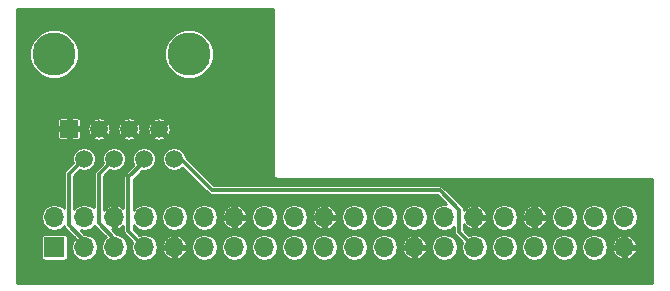
<source format=gbr>
G04 #@! TF.FileFunction,Copper,L2,Bot,Signal*
%FSLAX46Y46*%
G04 Gerber Fmt 4.6, Leading zero omitted, Abs format (unit mm)*
G04 Created by KiCad (PCBNEW 4.0.7) date 11/27/17 08:23:02*
%MOMM*%
%LPD*%
G01*
G04 APERTURE LIST*
%ADD10C,0.076200*%
%ADD11C,3.650000*%
%ADD12R,1.500000X1.500000*%
%ADD13C,1.500000*%
%ADD14R,1.700000X1.700000*%
%ADD15O,1.700000X1.700000*%
%ADD16C,0.304800*%
%ADD17C,0.254000*%
G04 APERTURE END LIST*
D10*
D11*
X175864600Y-29862000D03*
X164434600Y-29862000D03*
D12*
X165704600Y-36212000D03*
D13*
X166974600Y-38752000D03*
X168244600Y-36212000D03*
X169514600Y-38752000D03*
X170784600Y-36212000D03*
X172054600Y-38752000D03*
X173324600Y-36212000D03*
X174594600Y-38752000D03*
D14*
X164470000Y-46230000D03*
D15*
X164470000Y-43690000D03*
X167010000Y-46230000D03*
X167010000Y-43690000D03*
X169550000Y-46230000D03*
X169550000Y-43690000D03*
X172090000Y-46230000D03*
X172090000Y-43690000D03*
X174630000Y-46230000D03*
X174630000Y-43690000D03*
X177170000Y-46230000D03*
X177170000Y-43690000D03*
X179710000Y-46230000D03*
X179710000Y-43690000D03*
X182250000Y-46230000D03*
X182250000Y-43690000D03*
X184790000Y-46230000D03*
X184790000Y-43690000D03*
X187330000Y-46230000D03*
X187330000Y-43690000D03*
X189870000Y-46230000D03*
X189870000Y-43690000D03*
X192410000Y-46230000D03*
X192410000Y-43690000D03*
X194950000Y-46230000D03*
X194950000Y-43690000D03*
X197490000Y-46230000D03*
X197490000Y-43690000D03*
X200030000Y-46230000D03*
X200030000Y-43690000D03*
X202570000Y-46230000D03*
X202570000Y-43690000D03*
X205110000Y-46230000D03*
X205110000Y-43690000D03*
X207650000Y-46230000D03*
X207650000Y-43690000D03*
X210190000Y-46230000D03*
X210190000Y-43690000D03*
X212730000Y-46230000D03*
X212730000Y-43690000D03*
D16*
X168219200Y-44187600D02*
X169550000Y-45518400D01*
X169550000Y-45518400D02*
X169550000Y-46230000D01*
X169514600Y-38752000D02*
X168219200Y-40047400D01*
X168219200Y-40047400D02*
X168219200Y-44187600D01*
X165704600Y-44390800D02*
X167010000Y-45696200D01*
X167010000Y-45696200D02*
X167010000Y-46230000D01*
X167010000Y-45594600D02*
X167010000Y-46230000D01*
X166974600Y-38752000D02*
X165704600Y-40022000D01*
X165704600Y-40022000D02*
X165704600Y-44390800D01*
X170733800Y-44873800D02*
X172090000Y-46230000D01*
X172054600Y-38752000D02*
X172054600Y-39006000D01*
X172054600Y-39006000D02*
X170733800Y-40326800D01*
X170733800Y-40326800D02*
X170733800Y-44873800D01*
X198724600Y-44924600D02*
X200030000Y-46230000D01*
X174594600Y-38752000D02*
X175153400Y-38752000D01*
X175153400Y-38752000D02*
X177820400Y-41419000D01*
X177820400Y-41419000D02*
X197073600Y-41419000D01*
X197073600Y-41419000D02*
X198724600Y-43070000D01*
X198724600Y-43070000D02*
X198724600Y-44924600D01*
D17*
G36*
X182952400Y-40131980D02*
X182952396Y-40132000D01*
X182975506Y-40248183D01*
X183041318Y-40346678D01*
X183139813Y-40412490D01*
X183255996Y-40435600D01*
X215088400Y-40435600D01*
X215088400Y-49226400D01*
X161339600Y-49226400D01*
X161339600Y-45380000D01*
X163335127Y-45380000D01*
X163335127Y-47080000D01*
X163354609Y-47183539D01*
X163415801Y-47278634D01*
X163509168Y-47342429D01*
X163620000Y-47364873D01*
X165320000Y-47364873D01*
X165423539Y-47345391D01*
X165518634Y-47284199D01*
X165582429Y-47190832D01*
X165604873Y-47080000D01*
X165604873Y-45380000D01*
X165585391Y-45276461D01*
X165524199Y-45181366D01*
X165430832Y-45117571D01*
X165320000Y-45095127D01*
X163620000Y-45095127D01*
X163516461Y-45114609D01*
X163421366Y-45175801D01*
X163357571Y-45269168D01*
X163335127Y-45380000D01*
X161339600Y-45380000D01*
X161339600Y-43667874D01*
X163340600Y-43667874D01*
X163340600Y-43712126D01*
X163426570Y-44144329D01*
X163671394Y-44510732D01*
X164037797Y-44755556D01*
X164470000Y-44841526D01*
X164902203Y-44755556D01*
X165268606Y-44510732D01*
X165290221Y-44478383D01*
X165305669Y-44556043D01*
X165348003Y-44619400D01*
X165399271Y-44696129D01*
X166171747Y-45468604D01*
X165966570Y-45775671D01*
X165880600Y-46207874D01*
X165880600Y-46252126D01*
X165966570Y-46684329D01*
X166211394Y-47050732D01*
X166577797Y-47295556D01*
X167010000Y-47381526D01*
X167442203Y-47295556D01*
X167808606Y-47050732D01*
X168053430Y-46684329D01*
X168139400Y-46252126D01*
X168139400Y-46207874D01*
X168053430Y-45775671D01*
X167808606Y-45409268D01*
X167442203Y-45164444D01*
X167010000Y-45078474D01*
X167004104Y-45079647D01*
X166705394Y-44780936D01*
X167010000Y-44841526D01*
X167442203Y-44755556D01*
X167808606Y-44510732D01*
X167867187Y-44423060D01*
X167913871Y-44492929D01*
X168798641Y-45377698D01*
X168751394Y-45409268D01*
X168506570Y-45775671D01*
X168420600Y-46207874D01*
X168420600Y-46252126D01*
X168506570Y-46684329D01*
X168751394Y-47050732D01*
X169117797Y-47295556D01*
X169550000Y-47381526D01*
X169982203Y-47295556D01*
X170348606Y-47050732D01*
X170593430Y-46684329D01*
X170679400Y-46252126D01*
X170679400Y-46207874D01*
X170593430Y-45775671D01*
X170348606Y-45409268D01*
X169982203Y-45164444D01*
X169763124Y-45120867D01*
X169355719Y-44713462D01*
X169423000Y-44703524D01*
X169423000Y-43817000D01*
X169403000Y-43817000D01*
X169403000Y-43563000D01*
X169423000Y-43563000D01*
X169423000Y-42676476D01*
X169677000Y-42676476D01*
X169677000Y-43563000D01*
X169697000Y-43563000D01*
X169697000Y-43817000D01*
X169677000Y-43817000D01*
X169677000Y-44703524D01*
X169842993Y-44728043D01*
X170076837Y-44631195D01*
X170302000Y-44438969D01*
X170302000Y-44873800D01*
X170334869Y-45039043D01*
X170388608Y-45119469D01*
X170428471Y-45179129D01*
X171042994Y-45793651D01*
X170960600Y-46207874D01*
X170960600Y-46252126D01*
X171046570Y-46684329D01*
X171291394Y-47050732D01*
X171657797Y-47295556D01*
X172090000Y-47381526D01*
X172522203Y-47295556D01*
X172888606Y-47050732D01*
X173133430Y-46684329D01*
X173165521Y-46522995D01*
X173591944Y-46522995D01*
X173783086Y-46897939D01*
X174103163Y-47171195D01*
X174337007Y-47268043D01*
X174503000Y-47243524D01*
X174503000Y-46357000D01*
X174757000Y-46357000D01*
X174757000Y-47243524D01*
X174922993Y-47268043D01*
X175156837Y-47171195D01*
X175476914Y-46897939D01*
X175668056Y-46522995D01*
X175643960Y-46357000D01*
X174757000Y-46357000D01*
X174503000Y-46357000D01*
X173616040Y-46357000D01*
X173591944Y-46522995D01*
X173165521Y-46522995D01*
X173219400Y-46252126D01*
X173219400Y-46207874D01*
X176040600Y-46207874D01*
X176040600Y-46252126D01*
X176126570Y-46684329D01*
X176371394Y-47050732D01*
X176737797Y-47295556D01*
X177170000Y-47381526D01*
X177602203Y-47295556D01*
X177968606Y-47050732D01*
X178213430Y-46684329D01*
X178299400Y-46252126D01*
X178299400Y-46207874D01*
X178580600Y-46207874D01*
X178580600Y-46252126D01*
X178666570Y-46684329D01*
X178911394Y-47050732D01*
X179277797Y-47295556D01*
X179710000Y-47381526D01*
X180142203Y-47295556D01*
X180508606Y-47050732D01*
X180753430Y-46684329D01*
X180839400Y-46252126D01*
X180839400Y-46207874D01*
X181120600Y-46207874D01*
X181120600Y-46252126D01*
X181206570Y-46684329D01*
X181451394Y-47050732D01*
X181817797Y-47295556D01*
X182250000Y-47381526D01*
X182682203Y-47295556D01*
X183048606Y-47050732D01*
X183293430Y-46684329D01*
X183379400Y-46252126D01*
X183379400Y-46207874D01*
X183660600Y-46207874D01*
X183660600Y-46252126D01*
X183746570Y-46684329D01*
X183991394Y-47050732D01*
X184357797Y-47295556D01*
X184790000Y-47381526D01*
X185222203Y-47295556D01*
X185588606Y-47050732D01*
X185833430Y-46684329D01*
X185919400Y-46252126D01*
X185919400Y-46207874D01*
X186200600Y-46207874D01*
X186200600Y-46252126D01*
X186286570Y-46684329D01*
X186531394Y-47050732D01*
X186897797Y-47295556D01*
X187330000Y-47381526D01*
X187762203Y-47295556D01*
X188128606Y-47050732D01*
X188373430Y-46684329D01*
X188459400Y-46252126D01*
X188459400Y-46207874D01*
X188740600Y-46207874D01*
X188740600Y-46252126D01*
X188826570Y-46684329D01*
X189071394Y-47050732D01*
X189437797Y-47295556D01*
X189870000Y-47381526D01*
X190302203Y-47295556D01*
X190668606Y-47050732D01*
X190913430Y-46684329D01*
X190999400Y-46252126D01*
X190999400Y-46207874D01*
X191280600Y-46207874D01*
X191280600Y-46252126D01*
X191366570Y-46684329D01*
X191611394Y-47050732D01*
X191977797Y-47295556D01*
X192410000Y-47381526D01*
X192842203Y-47295556D01*
X193208606Y-47050732D01*
X193453430Y-46684329D01*
X193485521Y-46522995D01*
X193911944Y-46522995D01*
X194103086Y-46897939D01*
X194423163Y-47171195D01*
X194657007Y-47268043D01*
X194823000Y-47243524D01*
X194823000Y-46357000D01*
X195077000Y-46357000D01*
X195077000Y-47243524D01*
X195242993Y-47268043D01*
X195476837Y-47171195D01*
X195796914Y-46897939D01*
X195988056Y-46522995D01*
X195963960Y-46357000D01*
X195077000Y-46357000D01*
X194823000Y-46357000D01*
X193936040Y-46357000D01*
X193911944Y-46522995D01*
X193485521Y-46522995D01*
X193539400Y-46252126D01*
X193539400Y-46207874D01*
X196360600Y-46207874D01*
X196360600Y-46252126D01*
X196446570Y-46684329D01*
X196691394Y-47050732D01*
X197057797Y-47295556D01*
X197490000Y-47381526D01*
X197922203Y-47295556D01*
X198288606Y-47050732D01*
X198533430Y-46684329D01*
X198619400Y-46252126D01*
X198619400Y-46207874D01*
X198533430Y-45775671D01*
X198288606Y-45409268D01*
X197922203Y-45164444D01*
X197490000Y-45078474D01*
X197057797Y-45164444D01*
X196691394Y-45409268D01*
X196446570Y-45775671D01*
X196360600Y-46207874D01*
X193539400Y-46207874D01*
X193485522Y-45937005D01*
X193911944Y-45937005D01*
X193936040Y-46103000D01*
X194823000Y-46103000D01*
X194823000Y-45216476D01*
X195077000Y-45216476D01*
X195077000Y-46103000D01*
X195963960Y-46103000D01*
X195988056Y-45937005D01*
X195796914Y-45562061D01*
X195476837Y-45288805D01*
X195242993Y-45191957D01*
X195077000Y-45216476D01*
X194823000Y-45216476D01*
X194657007Y-45191957D01*
X194423163Y-45288805D01*
X194103086Y-45562061D01*
X193911944Y-45937005D01*
X193485522Y-45937005D01*
X193453430Y-45775671D01*
X193208606Y-45409268D01*
X192842203Y-45164444D01*
X192410000Y-45078474D01*
X191977797Y-45164444D01*
X191611394Y-45409268D01*
X191366570Y-45775671D01*
X191280600Y-46207874D01*
X190999400Y-46207874D01*
X190913430Y-45775671D01*
X190668606Y-45409268D01*
X190302203Y-45164444D01*
X189870000Y-45078474D01*
X189437797Y-45164444D01*
X189071394Y-45409268D01*
X188826570Y-45775671D01*
X188740600Y-46207874D01*
X188459400Y-46207874D01*
X188373430Y-45775671D01*
X188128606Y-45409268D01*
X187762203Y-45164444D01*
X187330000Y-45078474D01*
X186897797Y-45164444D01*
X186531394Y-45409268D01*
X186286570Y-45775671D01*
X186200600Y-46207874D01*
X185919400Y-46207874D01*
X185833430Y-45775671D01*
X185588606Y-45409268D01*
X185222203Y-45164444D01*
X184790000Y-45078474D01*
X184357797Y-45164444D01*
X183991394Y-45409268D01*
X183746570Y-45775671D01*
X183660600Y-46207874D01*
X183379400Y-46207874D01*
X183293430Y-45775671D01*
X183048606Y-45409268D01*
X182682203Y-45164444D01*
X182250000Y-45078474D01*
X181817797Y-45164444D01*
X181451394Y-45409268D01*
X181206570Y-45775671D01*
X181120600Y-46207874D01*
X180839400Y-46207874D01*
X180753430Y-45775671D01*
X180508606Y-45409268D01*
X180142203Y-45164444D01*
X179710000Y-45078474D01*
X179277797Y-45164444D01*
X178911394Y-45409268D01*
X178666570Y-45775671D01*
X178580600Y-46207874D01*
X178299400Y-46207874D01*
X178213430Y-45775671D01*
X177968606Y-45409268D01*
X177602203Y-45164444D01*
X177170000Y-45078474D01*
X176737797Y-45164444D01*
X176371394Y-45409268D01*
X176126570Y-45775671D01*
X176040600Y-46207874D01*
X173219400Y-46207874D01*
X173165522Y-45937005D01*
X173591944Y-45937005D01*
X173616040Y-46103000D01*
X174503000Y-46103000D01*
X174503000Y-45216476D01*
X174757000Y-45216476D01*
X174757000Y-46103000D01*
X175643960Y-46103000D01*
X175668056Y-45937005D01*
X175476914Y-45562061D01*
X175156837Y-45288805D01*
X174922993Y-45191957D01*
X174757000Y-45216476D01*
X174503000Y-45216476D01*
X174337007Y-45191957D01*
X174103163Y-45288805D01*
X173783086Y-45562061D01*
X173591944Y-45937005D01*
X173165522Y-45937005D01*
X173133430Y-45775671D01*
X172888606Y-45409268D01*
X172522203Y-45164444D01*
X172090000Y-45078474D01*
X171657797Y-45164444D01*
X171644192Y-45173535D01*
X171165600Y-44694942D01*
X171165600Y-44322469D01*
X171291394Y-44510732D01*
X171657797Y-44755556D01*
X172090000Y-44841526D01*
X172522203Y-44755556D01*
X172888606Y-44510732D01*
X173133430Y-44144329D01*
X173219400Y-43712126D01*
X173219400Y-43667874D01*
X173500600Y-43667874D01*
X173500600Y-43712126D01*
X173586570Y-44144329D01*
X173831394Y-44510732D01*
X174197797Y-44755556D01*
X174630000Y-44841526D01*
X175062203Y-44755556D01*
X175428606Y-44510732D01*
X175673430Y-44144329D01*
X175759400Y-43712126D01*
X175759400Y-43667874D01*
X176040600Y-43667874D01*
X176040600Y-43712126D01*
X176126570Y-44144329D01*
X176371394Y-44510732D01*
X176737797Y-44755556D01*
X177170000Y-44841526D01*
X177602203Y-44755556D01*
X177968606Y-44510732D01*
X178213430Y-44144329D01*
X178245521Y-43982995D01*
X178671944Y-43982995D01*
X178863086Y-44357939D01*
X179183163Y-44631195D01*
X179417007Y-44728043D01*
X179583000Y-44703524D01*
X179583000Y-43817000D01*
X179837000Y-43817000D01*
X179837000Y-44703524D01*
X180002993Y-44728043D01*
X180236837Y-44631195D01*
X180556914Y-44357939D01*
X180748056Y-43982995D01*
X180723960Y-43817000D01*
X179837000Y-43817000D01*
X179583000Y-43817000D01*
X178696040Y-43817000D01*
X178671944Y-43982995D01*
X178245521Y-43982995D01*
X178299400Y-43712126D01*
X178299400Y-43667874D01*
X181120600Y-43667874D01*
X181120600Y-43712126D01*
X181206570Y-44144329D01*
X181451394Y-44510732D01*
X181817797Y-44755556D01*
X182250000Y-44841526D01*
X182682203Y-44755556D01*
X183048606Y-44510732D01*
X183293430Y-44144329D01*
X183379400Y-43712126D01*
X183379400Y-43667874D01*
X183660600Y-43667874D01*
X183660600Y-43712126D01*
X183746570Y-44144329D01*
X183991394Y-44510732D01*
X184357797Y-44755556D01*
X184790000Y-44841526D01*
X185222203Y-44755556D01*
X185588606Y-44510732D01*
X185833430Y-44144329D01*
X185865521Y-43982995D01*
X186291944Y-43982995D01*
X186483086Y-44357939D01*
X186803163Y-44631195D01*
X187037007Y-44728043D01*
X187203000Y-44703524D01*
X187203000Y-43817000D01*
X187457000Y-43817000D01*
X187457000Y-44703524D01*
X187622993Y-44728043D01*
X187856837Y-44631195D01*
X188176914Y-44357939D01*
X188368056Y-43982995D01*
X188343960Y-43817000D01*
X187457000Y-43817000D01*
X187203000Y-43817000D01*
X186316040Y-43817000D01*
X186291944Y-43982995D01*
X185865521Y-43982995D01*
X185919400Y-43712126D01*
X185919400Y-43667874D01*
X188740600Y-43667874D01*
X188740600Y-43712126D01*
X188826570Y-44144329D01*
X189071394Y-44510732D01*
X189437797Y-44755556D01*
X189870000Y-44841526D01*
X190302203Y-44755556D01*
X190668606Y-44510732D01*
X190913430Y-44144329D01*
X190999400Y-43712126D01*
X190999400Y-43667874D01*
X191280600Y-43667874D01*
X191280600Y-43712126D01*
X191366570Y-44144329D01*
X191611394Y-44510732D01*
X191977797Y-44755556D01*
X192410000Y-44841526D01*
X192842203Y-44755556D01*
X193208606Y-44510732D01*
X193453430Y-44144329D01*
X193539400Y-43712126D01*
X193539400Y-43667874D01*
X193820600Y-43667874D01*
X193820600Y-43712126D01*
X193906570Y-44144329D01*
X194151394Y-44510732D01*
X194517797Y-44755556D01*
X194950000Y-44841526D01*
X195382203Y-44755556D01*
X195748606Y-44510732D01*
X195993430Y-44144329D01*
X196079400Y-43712126D01*
X196079400Y-43667874D01*
X195993430Y-43235671D01*
X195748606Y-42869268D01*
X195382203Y-42624444D01*
X194950000Y-42538474D01*
X194517797Y-42624444D01*
X194151394Y-42869268D01*
X193906570Y-43235671D01*
X193820600Y-43667874D01*
X193539400Y-43667874D01*
X193453430Y-43235671D01*
X193208606Y-42869268D01*
X192842203Y-42624444D01*
X192410000Y-42538474D01*
X191977797Y-42624444D01*
X191611394Y-42869268D01*
X191366570Y-43235671D01*
X191280600Y-43667874D01*
X190999400Y-43667874D01*
X190913430Y-43235671D01*
X190668606Y-42869268D01*
X190302203Y-42624444D01*
X189870000Y-42538474D01*
X189437797Y-42624444D01*
X189071394Y-42869268D01*
X188826570Y-43235671D01*
X188740600Y-43667874D01*
X185919400Y-43667874D01*
X185865522Y-43397005D01*
X186291944Y-43397005D01*
X186316040Y-43563000D01*
X187203000Y-43563000D01*
X187203000Y-42676476D01*
X187457000Y-42676476D01*
X187457000Y-43563000D01*
X188343960Y-43563000D01*
X188368056Y-43397005D01*
X188176914Y-43022061D01*
X187856837Y-42748805D01*
X187622993Y-42651957D01*
X187457000Y-42676476D01*
X187203000Y-42676476D01*
X187037007Y-42651957D01*
X186803163Y-42748805D01*
X186483086Y-43022061D01*
X186291944Y-43397005D01*
X185865522Y-43397005D01*
X185833430Y-43235671D01*
X185588606Y-42869268D01*
X185222203Y-42624444D01*
X184790000Y-42538474D01*
X184357797Y-42624444D01*
X183991394Y-42869268D01*
X183746570Y-43235671D01*
X183660600Y-43667874D01*
X183379400Y-43667874D01*
X183293430Y-43235671D01*
X183048606Y-42869268D01*
X182682203Y-42624444D01*
X182250000Y-42538474D01*
X181817797Y-42624444D01*
X181451394Y-42869268D01*
X181206570Y-43235671D01*
X181120600Y-43667874D01*
X178299400Y-43667874D01*
X178245522Y-43397005D01*
X178671944Y-43397005D01*
X178696040Y-43563000D01*
X179583000Y-43563000D01*
X179583000Y-42676476D01*
X179837000Y-42676476D01*
X179837000Y-43563000D01*
X180723960Y-43563000D01*
X180748056Y-43397005D01*
X180556914Y-43022061D01*
X180236837Y-42748805D01*
X180002993Y-42651957D01*
X179837000Y-42676476D01*
X179583000Y-42676476D01*
X179417007Y-42651957D01*
X179183163Y-42748805D01*
X178863086Y-43022061D01*
X178671944Y-43397005D01*
X178245522Y-43397005D01*
X178213430Y-43235671D01*
X177968606Y-42869268D01*
X177602203Y-42624444D01*
X177170000Y-42538474D01*
X176737797Y-42624444D01*
X176371394Y-42869268D01*
X176126570Y-43235671D01*
X176040600Y-43667874D01*
X175759400Y-43667874D01*
X175673430Y-43235671D01*
X175428606Y-42869268D01*
X175062203Y-42624444D01*
X174630000Y-42538474D01*
X174197797Y-42624444D01*
X173831394Y-42869268D01*
X173586570Y-43235671D01*
X173500600Y-43667874D01*
X173219400Y-43667874D01*
X173133430Y-43235671D01*
X172888606Y-42869268D01*
X172522203Y-42624444D01*
X172090000Y-42538474D01*
X171657797Y-42624444D01*
X171291394Y-42869268D01*
X171165600Y-43057531D01*
X171165600Y-40505658D01*
X171890001Y-39781257D01*
X172258462Y-39781578D01*
X172636946Y-39625192D01*
X172926774Y-39335870D01*
X173083821Y-38957659D01*
X173083822Y-38955862D01*
X173565022Y-38955862D01*
X173721408Y-39334346D01*
X174010730Y-39624174D01*
X174388941Y-39781221D01*
X174798462Y-39781578D01*
X175176946Y-39625192D01*
X175296544Y-39505802D01*
X177515069Y-41724326D01*
X177515071Y-41724329D01*
X177608674Y-41786872D01*
X177655158Y-41817932D01*
X177820400Y-41850801D01*
X177820405Y-41850800D01*
X196894742Y-41850800D01*
X197605364Y-42561421D01*
X197490000Y-42538474D01*
X197057797Y-42624444D01*
X196691394Y-42869268D01*
X196446570Y-43235671D01*
X196360600Y-43667874D01*
X196360600Y-43712126D01*
X196446570Y-44144329D01*
X196691394Y-44510732D01*
X197057797Y-44755556D01*
X197490000Y-44841526D01*
X197922203Y-44755556D01*
X198288606Y-44510732D01*
X198292800Y-44504455D01*
X198292800Y-44924600D01*
X198325669Y-45089843D01*
X198393899Y-45191957D01*
X198419271Y-45229929D01*
X198982994Y-45793651D01*
X198900600Y-46207874D01*
X198900600Y-46252126D01*
X198986570Y-46684329D01*
X199231394Y-47050732D01*
X199597797Y-47295556D01*
X200030000Y-47381526D01*
X200462203Y-47295556D01*
X200828606Y-47050732D01*
X201073430Y-46684329D01*
X201159400Y-46252126D01*
X201159400Y-46207874D01*
X201440600Y-46207874D01*
X201440600Y-46252126D01*
X201526570Y-46684329D01*
X201771394Y-47050732D01*
X202137797Y-47295556D01*
X202570000Y-47381526D01*
X203002203Y-47295556D01*
X203368606Y-47050732D01*
X203613430Y-46684329D01*
X203699400Y-46252126D01*
X203699400Y-46207874D01*
X203980600Y-46207874D01*
X203980600Y-46252126D01*
X204066570Y-46684329D01*
X204311394Y-47050732D01*
X204677797Y-47295556D01*
X205110000Y-47381526D01*
X205542203Y-47295556D01*
X205908606Y-47050732D01*
X206153430Y-46684329D01*
X206239400Y-46252126D01*
X206239400Y-46207874D01*
X206520600Y-46207874D01*
X206520600Y-46252126D01*
X206606570Y-46684329D01*
X206851394Y-47050732D01*
X207217797Y-47295556D01*
X207650000Y-47381526D01*
X208082203Y-47295556D01*
X208448606Y-47050732D01*
X208693430Y-46684329D01*
X208779400Y-46252126D01*
X208779400Y-46207874D01*
X209060600Y-46207874D01*
X209060600Y-46252126D01*
X209146570Y-46684329D01*
X209391394Y-47050732D01*
X209757797Y-47295556D01*
X210190000Y-47381526D01*
X210622203Y-47295556D01*
X210988606Y-47050732D01*
X211233430Y-46684329D01*
X211265521Y-46522995D01*
X211691944Y-46522995D01*
X211883086Y-46897939D01*
X212203163Y-47171195D01*
X212437007Y-47268043D01*
X212603000Y-47243524D01*
X212603000Y-46357000D01*
X212857000Y-46357000D01*
X212857000Y-47243524D01*
X213022993Y-47268043D01*
X213256837Y-47171195D01*
X213576914Y-46897939D01*
X213768056Y-46522995D01*
X213743960Y-46357000D01*
X212857000Y-46357000D01*
X212603000Y-46357000D01*
X211716040Y-46357000D01*
X211691944Y-46522995D01*
X211265521Y-46522995D01*
X211319400Y-46252126D01*
X211319400Y-46207874D01*
X211265522Y-45937005D01*
X211691944Y-45937005D01*
X211716040Y-46103000D01*
X212603000Y-46103000D01*
X212603000Y-45216476D01*
X212857000Y-45216476D01*
X212857000Y-46103000D01*
X213743960Y-46103000D01*
X213768056Y-45937005D01*
X213576914Y-45562061D01*
X213256837Y-45288805D01*
X213022993Y-45191957D01*
X212857000Y-45216476D01*
X212603000Y-45216476D01*
X212437007Y-45191957D01*
X212203163Y-45288805D01*
X211883086Y-45562061D01*
X211691944Y-45937005D01*
X211265522Y-45937005D01*
X211233430Y-45775671D01*
X210988606Y-45409268D01*
X210622203Y-45164444D01*
X210190000Y-45078474D01*
X209757797Y-45164444D01*
X209391394Y-45409268D01*
X209146570Y-45775671D01*
X209060600Y-46207874D01*
X208779400Y-46207874D01*
X208693430Y-45775671D01*
X208448606Y-45409268D01*
X208082203Y-45164444D01*
X207650000Y-45078474D01*
X207217797Y-45164444D01*
X206851394Y-45409268D01*
X206606570Y-45775671D01*
X206520600Y-46207874D01*
X206239400Y-46207874D01*
X206153430Y-45775671D01*
X205908606Y-45409268D01*
X205542203Y-45164444D01*
X205110000Y-45078474D01*
X204677797Y-45164444D01*
X204311394Y-45409268D01*
X204066570Y-45775671D01*
X203980600Y-46207874D01*
X203699400Y-46207874D01*
X203613430Y-45775671D01*
X203368606Y-45409268D01*
X203002203Y-45164444D01*
X202570000Y-45078474D01*
X202137797Y-45164444D01*
X201771394Y-45409268D01*
X201526570Y-45775671D01*
X201440600Y-46207874D01*
X201159400Y-46207874D01*
X201073430Y-45775671D01*
X200828606Y-45409268D01*
X200462203Y-45164444D01*
X200030000Y-45078474D01*
X199597797Y-45164444D01*
X199584192Y-45173535D01*
X199156400Y-44745742D01*
X199156400Y-44305592D01*
X199183086Y-44357939D01*
X199503163Y-44631195D01*
X199737007Y-44728043D01*
X199903000Y-44703524D01*
X199903000Y-43817000D01*
X200157000Y-43817000D01*
X200157000Y-44703524D01*
X200322993Y-44728043D01*
X200556837Y-44631195D01*
X200876914Y-44357939D01*
X201068056Y-43982995D01*
X201043960Y-43817000D01*
X200157000Y-43817000D01*
X199903000Y-43817000D01*
X199883000Y-43817000D01*
X199883000Y-43667874D01*
X201440600Y-43667874D01*
X201440600Y-43712126D01*
X201526570Y-44144329D01*
X201771394Y-44510732D01*
X202137797Y-44755556D01*
X202570000Y-44841526D01*
X203002203Y-44755556D01*
X203368606Y-44510732D01*
X203613430Y-44144329D01*
X203645521Y-43982995D01*
X204071944Y-43982995D01*
X204263086Y-44357939D01*
X204583163Y-44631195D01*
X204817007Y-44728043D01*
X204983000Y-44703524D01*
X204983000Y-43817000D01*
X205237000Y-43817000D01*
X205237000Y-44703524D01*
X205402993Y-44728043D01*
X205636837Y-44631195D01*
X205956914Y-44357939D01*
X206148056Y-43982995D01*
X206123960Y-43817000D01*
X205237000Y-43817000D01*
X204983000Y-43817000D01*
X204096040Y-43817000D01*
X204071944Y-43982995D01*
X203645521Y-43982995D01*
X203699400Y-43712126D01*
X203699400Y-43667874D01*
X206520600Y-43667874D01*
X206520600Y-43712126D01*
X206606570Y-44144329D01*
X206851394Y-44510732D01*
X207217797Y-44755556D01*
X207650000Y-44841526D01*
X208082203Y-44755556D01*
X208448606Y-44510732D01*
X208693430Y-44144329D01*
X208779400Y-43712126D01*
X208779400Y-43667874D01*
X209060600Y-43667874D01*
X209060600Y-43712126D01*
X209146570Y-44144329D01*
X209391394Y-44510732D01*
X209757797Y-44755556D01*
X210190000Y-44841526D01*
X210622203Y-44755556D01*
X210988606Y-44510732D01*
X211233430Y-44144329D01*
X211319400Y-43712126D01*
X211319400Y-43667874D01*
X211600600Y-43667874D01*
X211600600Y-43712126D01*
X211686570Y-44144329D01*
X211931394Y-44510732D01*
X212297797Y-44755556D01*
X212730000Y-44841526D01*
X213162203Y-44755556D01*
X213528606Y-44510732D01*
X213773430Y-44144329D01*
X213859400Y-43712126D01*
X213859400Y-43667874D01*
X213773430Y-43235671D01*
X213528606Y-42869268D01*
X213162203Y-42624444D01*
X212730000Y-42538474D01*
X212297797Y-42624444D01*
X211931394Y-42869268D01*
X211686570Y-43235671D01*
X211600600Y-43667874D01*
X211319400Y-43667874D01*
X211233430Y-43235671D01*
X210988606Y-42869268D01*
X210622203Y-42624444D01*
X210190000Y-42538474D01*
X209757797Y-42624444D01*
X209391394Y-42869268D01*
X209146570Y-43235671D01*
X209060600Y-43667874D01*
X208779400Y-43667874D01*
X208693430Y-43235671D01*
X208448606Y-42869268D01*
X208082203Y-42624444D01*
X207650000Y-42538474D01*
X207217797Y-42624444D01*
X206851394Y-42869268D01*
X206606570Y-43235671D01*
X206520600Y-43667874D01*
X203699400Y-43667874D01*
X203645522Y-43397005D01*
X204071944Y-43397005D01*
X204096040Y-43563000D01*
X204983000Y-43563000D01*
X204983000Y-42676476D01*
X205237000Y-42676476D01*
X205237000Y-43563000D01*
X206123960Y-43563000D01*
X206148056Y-43397005D01*
X205956914Y-43022061D01*
X205636837Y-42748805D01*
X205402993Y-42651957D01*
X205237000Y-42676476D01*
X204983000Y-42676476D01*
X204817007Y-42651957D01*
X204583163Y-42748805D01*
X204263086Y-43022061D01*
X204071944Y-43397005D01*
X203645522Y-43397005D01*
X203613430Y-43235671D01*
X203368606Y-42869268D01*
X203002203Y-42624444D01*
X202570000Y-42538474D01*
X202137797Y-42624444D01*
X201771394Y-42869268D01*
X201526570Y-43235671D01*
X201440600Y-43667874D01*
X199883000Y-43667874D01*
X199883000Y-43563000D01*
X199903000Y-43563000D01*
X199903000Y-42676476D01*
X200157000Y-42676476D01*
X200157000Y-43563000D01*
X201043960Y-43563000D01*
X201068056Y-43397005D01*
X200876914Y-43022061D01*
X200556837Y-42748805D01*
X200322993Y-42651957D01*
X200157000Y-42676476D01*
X199903000Y-42676476D01*
X199737007Y-42651957D01*
X199503163Y-42748805D01*
X199183086Y-43022061D01*
X199156400Y-43074408D01*
X199156400Y-43070005D01*
X199156401Y-43070000D01*
X199123532Y-42904758D01*
X199092472Y-42858274D01*
X199029929Y-42764671D01*
X199029926Y-42764669D01*
X197378929Y-41113671D01*
X197238843Y-41020069D01*
X197073600Y-40987200D01*
X177999257Y-40987200D01*
X175624122Y-38612064D01*
X175624178Y-38548138D01*
X175467792Y-38169654D01*
X175178470Y-37879826D01*
X174800259Y-37722779D01*
X174390738Y-37722422D01*
X174012254Y-37878808D01*
X173722426Y-38168130D01*
X173565379Y-38546341D01*
X173565022Y-38955862D01*
X173083822Y-38955862D01*
X173084178Y-38548138D01*
X172927792Y-38169654D01*
X172638470Y-37879826D01*
X172260259Y-37722779D01*
X171850738Y-37722422D01*
X171472254Y-37878808D01*
X171182426Y-38168130D01*
X171025379Y-38546341D01*
X171025022Y-38955862D01*
X171162166Y-39287776D01*
X170428471Y-40021471D01*
X170334869Y-40161557D01*
X170302000Y-40326800D01*
X170302000Y-42941031D01*
X170076837Y-42748805D01*
X169842993Y-42651957D01*
X169677000Y-42676476D01*
X169423000Y-42676476D01*
X169257007Y-42651957D01*
X169023163Y-42748805D01*
X168703086Y-43022061D01*
X168651000Y-43124233D01*
X168651000Y-40226258D01*
X169158504Y-39718754D01*
X169308941Y-39781221D01*
X169718462Y-39781578D01*
X170096946Y-39625192D01*
X170386774Y-39335870D01*
X170543821Y-38957659D01*
X170544178Y-38548138D01*
X170387792Y-38169654D01*
X170098470Y-37879826D01*
X169720259Y-37722779D01*
X169310738Y-37722422D01*
X168932254Y-37878808D01*
X168642426Y-38168130D01*
X168485379Y-38546341D01*
X168485022Y-38955862D01*
X168547901Y-39108041D01*
X167913871Y-39742071D01*
X167820269Y-39882157D01*
X167787400Y-40047400D01*
X167787400Y-42855099D01*
X167442203Y-42624444D01*
X167010000Y-42538474D01*
X166577797Y-42624444D01*
X166211394Y-42869268D01*
X166136400Y-42981504D01*
X166136400Y-40200858D01*
X166618504Y-39718754D01*
X166768941Y-39781221D01*
X167178462Y-39781578D01*
X167556946Y-39625192D01*
X167846774Y-39335870D01*
X168003821Y-38957659D01*
X168004178Y-38548138D01*
X167847792Y-38169654D01*
X167558470Y-37879826D01*
X167180259Y-37722779D01*
X166770738Y-37722422D01*
X166392254Y-37878808D01*
X166102426Y-38168130D01*
X165945379Y-38546341D01*
X165945022Y-38955862D01*
X166007901Y-39108041D01*
X165399271Y-39716671D01*
X165305669Y-39856757D01*
X165272800Y-40022000D01*
X165272800Y-42875545D01*
X165268606Y-42869268D01*
X164902203Y-42624444D01*
X164470000Y-42538474D01*
X164037797Y-42624444D01*
X163671394Y-42869268D01*
X163426570Y-43235671D01*
X163340600Y-43667874D01*
X161339600Y-43667874D01*
X161339600Y-36396150D01*
X164726000Y-36396150D01*
X164726000Y-37007472D01*
X164760803Y-37091492D01*
X164825109Y-37155798D01*
X164909129Y-37190600D01*
X165520450Y-37190600D01*
X165577600Y-37133450D01*
X165577600Y-36339000D01*
X165831600Y-36339000D01*
X165831600Y-37133450D01*
X165888750Y-37190600D01*
X166500071Y-37190600D01*
X166584091Y-37155798D01*
X166648397Y-37091492D01*
X166683200Y-37007472D01*
X166683200Y-36960832D01*
X167675373Y-36960832D01*
X167765640Y-37087298D01*
X168137061Y-37203960D01*
X168524853Y-37169605D01*
X168723560Y-37087298D01*
X168813827Y-36960832D01*
X170215373Y-36960832D01*
X170305640Y-37087298D01*
X170677061Y-37203960D01*
X171064853Y-37169605D01*
X171263560Y-37087298D01*
X171353827Y-36960832D01*
X172755373Y-36960832D01*
X172845640Y-37087298D01*
X173217061Y-37203960D01*
X173604853Y-37169605D01*
X173803560Y-37087298D01*
X173893827Y-36960832D01*
X173324600Y-36391605D01*
X172755373Y-36960832D01*
X171353827Y-36960832D01*
X170784600Y-36391605D01*
X170215373Y-36960832D01*
X168813827Y-36960832D01*
X168244600Y-36391605D01*
X167675373Y-36960832D01*
X166683200Y-36960832D01*
X166683200Y-36396150D01*
X166626050Y-36339000D01*
X165831600Y-36339000D01*
X165577600Y-36339000D01*
X164783150Y-36339000D01*
X164726000Y-36396150D01*
X161339600Y-36396150D01*
X161339600Y-36104461D01*
X167252640Y-36104461D01*
X167286995Y-36492253D01*
X167369302Y-36690960D01*
X167495768Y-36781227D01*
X168064995Y-36212000D01*
X168424205Y-36212000D01*
X168993432Y-36781227D01*
X169119898Y-36690960D01*
X169236560Y-36319539D01*
X169217506Y-36104461D01*
X169792640Y-36104461D01*
X169826995Y-36492253D01*
X169909302Y-36690960D01*
X170035768Y-36781227D01*
X170604995Y-36212000D01*
X170964205Y-36212000D01*
X171533432Y-36781227D01*
X171659898Y-36690960D01*
X171776560Y-36319539D01*
X171757506Y-36104461D01*
X172332640Y-36104461D01*
X172366995Y-36492253D01*
X172449302Y-36690960D01*
X172575768Y-36781227D01*
X173144995Y-36212000D01*
X173504205Y-36212000D01*
X174073432Y-36781227D01*
X174199898Y-36690960D01*
X174316560Y-36319539D01*
X174282205Y-35931747D01*
X174199898Y-35733040D01*
X174073432Y-35642773D01*
X173504205Y-36212000D01*
X173144995Y-36212000D01*
X172575768Y-35642773D01*
X172449302Y-35733040D01*
X172332640Y-36104461D01*
X171757506Y-36104461D01*
X171742205Y-35931747D01*
X171659898Y-35733040D01*
X171533432Y-35642773D01*
X170964205Y-36212000D01*
X170604995Y-36212000D01*
X170035768Y-35642773D01*
X169909302Y-35733040D01*
X169792640Y-36104461D01*
X169217506Y-36104461D01*
X169202205Y-35931747D01*
X169119898Y-35733040D01*
X168993432Y-35642773D01*
X168424205Y-36212000D01*
X168064995Y-36212000D01*
X167495768Y-35642773D01*
X167369302Y-35733040D01*
X167252640Y-36104461D01*
X161339600Y-36104461D01*
X161339600Y-35416528D01*
X164726000Y-35416528D01*
X164726000Y-36027850D01*
X164783150Y-36085000D01*
X165577600Y-36085000D01*
X165577600Y-35290550D01*
X165831600Y-35290550D01*
X165831600Y-36085000D01*
X166626050Y-36085000D01*
X166683200Y-36027850D01*
X166683200Y-35463168D01*
X167675373Y-35463168D01*
X168244600Y-36032395D01*
X168813827Y-35463168D01*
X170215373Y-35463168D01*
X170784600Y-36032395D01*
X171353827Y-35463168D01*
X172755373Y-35463168D01*
X173324600Y-36032395D01*
X173893827Y-35463168D01*
X173803560Y-35336702D01*
X173432139Y-35220040D01*
X173044347Y-35254395D01*
X172845640Y-35336702D01*
X172755373Y-35463168D01*
X171353827Y-35463168D01*
X171263560Y-35336702D01*
X170892139Y-35220040D01*
X170504347Y-35254395D01*
X170305640Y-35336702D01*
X170215373Y-35463168D01*
X168813827Y-35463168D01*
X168723560Y-35336702D01*
X168352139Y-35220040D01*
X167964347Y-35254395D01*
X167765640Y-35336702D01*
X167675373Y-35463168D01*
X166683200Y-35463168D01*
X166683200Y-35416528D01*
X166648397Y-35332508D01*
X166584091Y-35268202D01*
X166500071Y-35233400D01*
X165888750Y-35233400D01*
X165831600Y-35290550D01*
X165577600Y-35290550D01*
X165520450Y-35233400D01*
X164909129Y-35233400D01*
X164825109Y-35268202D01*
X164760803Y-35332508D01*
X164726000Y-35416528D01*
X161339600Y-35416528D01*
X161339600Y-30278755D01*
X162329835Y-30278755D01*
X162649536Y-31052490D01*
X163240997Y-31644984D01*
X164014172Y-31966034D01*
X164851355Y-31966765D01*
X165625090Y-31647064D01*
X166217584Y-31055603D01*
X166538634Y-30282428D01*
X166538637Y-30278755D01*
X173759835Y-30278755D01*
X174079536Y-31052490D01*
X174670997Y-31644984D01*
X175444172Y-31966034D01*
X176281355Y-31966765D01*
X177055090Y-31647064D01*
X177647584Y-31055603D01*
X177968634Y-30282428D01*
X177969365Y-29445245D01*
X177649664Y-28671510D01*
X177058203Y-28079016D01*
X176285028Y-27757966D01*
X175447845Y-27757235D01*
X174674110Y-28076936D01*
X174081616Y-28668397D01*
X173760566Y-29441572D01*
X173759835Y-30278755D01*
X166538637Y-30278755D01*
X166539365Y-29445245D01*
X166219664Y-28671510D01*
X165628203Y-28079016D01*
X164855028Y-27757966D01*
X164017845Y-27757235D01*
X163244110Y-28076936D01*
X162651616Y-28668397D01*
X162330566Y-29441572D01*
X162329835Y-30278755D01*
X161339600Y-30278755D01*
X161339600Y-26037600D01*
X182952400Y-26037600D01*
X182952400Y-40131980D01*
X182952400Y-40131980D01*
G37*
X182952400Y-40131980D02*
X182952396Y-40132000D01*
X182975506Y-40248183D01*
X183041318Y-40346678D01*
X183139813Y-40412490D01*
X183255996Y-40435600D01*
X215088400Y-40435600D01*
X215088400Y-49226400D01*
X161339600Y-49226400D01*
X161339600Y-45380000D01*
X163335127Y-45380000D01*
X163335127Y-47080000D01*
X163354609Y-47183539D01*
X163415801Y-47278634D01*
X163509168Y-47342429D01*
X163620000Y-47364873D01*
X165320000Y-47364873D01*
X165423539Y-47345391D01*
X165518634Y-47284199D01*
X165582429Y-47190832D01*
X165604873Y-47080000D01*
X165604873Y-45380000D01*
X165585391Y-45276461D01*
X165524199Y-45181366D01*
X165430832Y-45117571D01*
X165320000Y-45095127D01*
X163620000Y-45095127D01*
X163516461Y-45114609D01*
X163421366Y-45175801D01*
X163357571Y-45269168D01*
X163335127Y-45380000D01*
X161339600Y-45380000D01*
X161339600Y-43667874D01*
X163340600Y-43667874D01*
X163340600Y-43712126D01*
X163426570Y-44144329D01*
X163671394Y-44510732D01*
X164037797Y-44755556D01*
X164470000Y-44841526D01*
X164902203Y-44755556D01*
X165268606Y-44510732D01*
X165290221Y-44478383D01*
X165305669Y-44556043D01*
X165348003Y-44619400D01*
X165399271Y-44696129D01*
X166171747Y-45468604D01*
X165966570Y-45775671D01*
X165880600Y-46207874D01*
X165880600Y-46252126D01*
X165966570Y-46684329D01*
X166211394Y-47050732D01*
X166577797Y-47295556D01*
X167010000Y-47381526D01*
X167442203Y-47295556D01*
X167808606Y-47050732D01*
X168053430Y-46684329D01*
X168139400Y-46252126D01*
X168139400Y-46207874D01*
X168053430Y-45775671D01*
X167808606Y-45409268D01*
X167442203Y-45164444D01*
X167010000Y-45078474D01*
X167004104Y-45079647D01*
X166705394Y-44780936D01*
X167010000Y-44841526D01*
X167442203Y-44755556D01*
X167808606Y-44510732D01*
X167867187Y-44423060D01*
X167913871Y-44492929D01*
X168798641Y-45377698D01*
X168751394Y-45409268D01*
X168506570Y-45775671D01*
X168420600Y-46207874D01*
X168420600Y-46252126D01*
X168506570Y-46684329D01*
X168751394Y-47050732D01*
X169117797Y-47295556D01*
X169550000Y-47381526D01*
X169982203Y-47295556D01*
X170348606Y-47050732D01*
X170593430Y-46684329D01*
X170679400Y-46252126D01*
X170679400Y-46207874D01*
X170593430Y-45775671D01*
X170348606Y-45409268D01*
X169982203Y-45164444D01*
X169763124Y-45120867D01*
X169355719Y-44713462D01*
X169423000Y-44703524D01*
X169423000Y-43817000D01*
X169403000Y-43817000D01*
X169403000Y-43563000D01*
X169423000Y-43563000D01*
X169423000Y-42676476D01*
X169677000Y-42676476D01*
X169677000Y-43563000D01*
X169697000Y-43563000D01*
X169697000Y-43817000D01*
X169677000Y-43817000D01*
X169677000Y-44703524D01*
X169842993Y-44728043D01*
X170076837Y-44631195D01*
X170302000Y-44438969D01*
X170302000Y-44873800D01*
X170334869Y-45039043D01*
X170388608Y-45119469D01*
X170428471Y-45179129D01*
X171042994Y-45793651D01*
X170960600Y-46207874D01*
X170960600Y-46252126D01*
X171046570Y-46684329D01*
X171291394Y-47050732D01*
X171657797Y-47295556D01*
X172090000Y-47381526D01*
X172522203Y-47295556D01*
X172888606Y-47050732D01*
X173133430Y-46684329D01*
X173165521Y-46522995D01*
X173591944Y-46522995D01*
X173783086Y-46897939D01*
X174103163Y-47171195D01*
X174337007Y-47268043D01*
X174503000Y-47243524D01*
X174503000Y-46357000D01*
X174757000Y-46357000D01*
X174757000Y-47243524D01*
X174922993Y-47268043D01*
X175156837Y-47171195D01*
X175476914Y-46897939D01*
X175668056Y-46522995D01*
X175643960Y-46357000D01*
X174757000Y-46357000D01*
X174503000Y-46357000D01*
X173616040Y-46357000D01*
X173591944Y-46522995D01*
X173165521Y-46522995D01*
X173219400Y-46252126D01*
X173219400Y-46207874D01*
X176040600Y-46207874D01*
X176040600Y-46252126D01*
X176126570Y-46684329D01*
X176371394Y-47050732D01*
X176737797Y-47295556D01*
X177170000Y-47381526D01*
X177602203Y-47295556D01*
X177968606Y-47050732D01*
X178213430Y-46684329D01*
X178299400Y-46252126D01*
X178299400Y-46207874D01*
X178580600Y-46207874D01*
X178580600Y-46252126D01*
X178666570Y-46684329D01*
X178911394Y-47050732D01*
X179277797Y-47295556D01*
X179710000Y-47381526D01*
X180142203Y-47295556D01*
X180508606Y-47050732D01*
X180753430Y-46684329D01*
X180839400Y-46252126D01*
X180839400Y-46207874D01*
X181120600Y-46207874D01*
X181120600Y-46252126D01*
X181206570Y-46684329D01*
X181451394Y-47050732D01*
X181817797Y-47295556D01*
X182250000Y-47381526D01*
X182682203Y-47295556D01*
X183048606Y-47050732D01*
X183293430Y-46684329D01*
X183379400Y-46252126D01*
X183379400Y-46207874D01*
X183660600Y-46207874D01*
X183660600Y-46252126D01*
X183746570Y-46684329D01*
X183991394Y-47050732D01*
X184357797Y-47295556D01*
X184790000Y-47381526D01*
X185222203Y-47295556D01*
X185588606Y-47050732D01*
X185833430Y-46684329D01*
X185919400Y-46252126D01*
X185919400Y-46207874D01*
X186200600Y-46207874D01*
X186200600Y-46252126D01*
X186286570Y-46684329D01*
X186531394Y-47050732D01*
X186897797Y-47295556D01*
X187330000Y-47381526D01*
X187762203Y-47295556D01*
X188128606Y-47050732D01*
X188373430Y-46684329D01*
X188459400Y-46252126D01*
X188459400Y-46207874D01*
X188740600Y-46207874D01*
X188740600Y-46252126D01*
X188826570Y-46684329D01*
X189071394Y-47050732D01*
X189437797Y-47295556D01*
X189870000Y-47381526D01*
X190302203Y-47295556D01*
X190668606Y-47050732D01*
X190913430Y-46684329D01*
X190999400Y-46252126D01*
X190999400Y-46207874D01*
X191280600Y-46207874D01*
X191280600Y-46252126D01*
X191366570Y-46684329D01*
X191611394Y-47050732D01*
X191977797Y-47295556D01*
X192410000Y-47381526D01*
X192842203Y-47295556D01*
X193208606Y-47050732D01*
X193453430Y-46684329D01*
X193485521Y-46522995D01*
X193911944Y-46522995D01*
X194103086Y-46897939D01*
X194423163Y-47171195D01*
X194657007Y-47268043D01*
X194823000Y-47243524D01*
X194823000Y-46357000D01*
X195077000Y-46357000D01*
X195077000Y-47243524D01*
X195242993Y-47268043D01*
X195476837Y-47171195D01*
X195796914Y-46897939D01*
X195988056Y-46522995D01*
X195963960Y-46357000D01*
X195077000Y-46357000D01*
X194823000Y-46357000D01*
X193936040Y-46357000D01*
X193911944Y-46522995D01*
X193485521Y-46522995D01*
X193539400Y-46252126D01*
X193539400Y-46207874D01*
X196360600Y-46207874D01*
X196360600Y-46252126D01*
X196446570Y-46684329D01*
X196691394Y-47050732D01*
X197057797Y-47295556D01*
X197490000Y-47381526D01*
X197922203Y-47295556D01*
X198288606Y-47050732D01*
X198533430Y-46684329D01*
X198619400Y-46252126D01*
X198619400Y-46207874D01*
X198533430Y-45775671D01*
X198288606Y-45409268D01*
X197922203Y-45164444D01*
X197490000Y-45078474D01*
X197057797Y-45164444D01*
X196691394Y-45409268D01*
X196446570Y-45775671D01*
X196360600Y-46207874D01*
X193539400Y-46207874D01*
X193485522Y-45937005D01*
X193911944Y-45937005D01*
X193936040Y-46103000D01*
X194823000Y-46103000D01*
X194823000Y-45216476D01*
X195077000Y-45216476D01*
X195077000Y-46103000D01*
X195963960Y-46103000D01*
X195988056Y-45937005D01*
X195796914Y-45562061D01*
X195476837Y-45288805D01*
X195242993Y-45191957D01*
X195077000Y-45216476D01*
X194823000Y-45216476D01*
X194657007Y-45191957D01*
X194423163Y-45288805D01*
X194103086Y-45562061D01*
X193911944Y-45937005D01*
X193485522Y-45937005D01*
X193453430Y-45775671D01*
X193208606Y-45409268D01*
X192842203Y-45164444D01*
X192410000Y-45078474D01*
X191977797Y-45164444D01*
X191611394Y-45409268D01*
X191366570Y-45775671D01*
X191280600Y-46207874D01*
X190999400Y-46207874D01*
X190913430Y-45775671D01*
X190668606Y-45409268D01*
X190302203Y-45164444D01*
X189870000Y-45078474D01*
X189437797Y-45164444D01*
X189071394Y-45409268D01*
X188826570Y-45775671D01*
X188740600Y-46207874D01*
X188459400Y-46207874D01*
X188373430Y-45775671D01*
X188128606Y-45409268D01*
X187762203Y-45164444D01*
X187330000Y-45078474D01*
X186897797Y-45164444D01*
X186531394Y-45409268D01*
X186286570Y-45775671D01*
X186200600Y-46207874D01*
X185919400Y-46207874D01*
X185833430Y-45775671D01*
X185588606Y-45409268D01*
X185222203Y-45164444D01*
X184790000Y-45078474D01*
X184357797Y-45164444D01*
X183991394Y-45409268D01*
X183746570Y-45775671D01*
X183660600Y-46207874D01*
X183379400Y-46207874D01*
X183293430Y-45775671D01*
X183048606Y-45409268D01*
X182682203Y-45164444D01*
X182250000Y-45078474D01*
X181817797Y-45164444D01*
X181451394Y-45409268D01*
X181206570Y-45775671D01*
X181120600Y-46207874D01*
X180839400Y-46207874D01*
X180753430Y-45775671D01*
X180508606Y-45409268D01*
X180142203Y-45164444D01*
X179710000Y-45078474D01*
X179277797Y-45164444D01*
X178911394Y-45409268D01*
X178666570Y-45775671D01*
X178580600Y-46207874D01*
X178299400Y-46207874D01*
X178213430Y-45775671D01*
X177968606Y-45409268D01*
X177602203Y-45164444D01*
X177170000Y-45078474D01*
X176737797Y-45164444D01*
X176371394Y-45409268D01*
X176126570Y-45775671D01*
X176040600Y-46207874D01*
X173219400Y-46207874D01*
X173165522Y-45937005D01*
X173591944Y-45937005D01*
X173616040Y-46103000D01*
X174503000Y-46103000D01*
X174503000Y-45216476D01*
X174757000Y-45216476D01*
X174757000Y-46103000D01*
X175643960Y-46103000D01*
X175668056Y-45937005D01*
X175476914Y-45562061D01*
X175156837Y-45288805D01*
X174922993Y-45191957D01*
X174757000Y-45216476D01*
X174503000Y-45216476D01*
X174337007Y-45191957D01*
X174103163Y-45288805D01*
X173783086Y-45562061D01*
X173591944Y-45937005D01*
X173165522Y-45937005D01*
X173133430Y-45775671D01*
X172888606Y-45409268D01*
X172522203Y-45164444D01*
X172090000Y-45078474D01*
X171657797Y-45164444D01*
X171644192Y-45173535D01*
X171165600Y-44694942D01*
X171165600Y-44322469D01*
X171291394Y-44510732D01*
X171657797Y-44755556D01*
X172090000Y-44841526D01*
X172522203Y-44755556D01*
X172888606Y-44510732D01*
X173133430Y-44144329D01*
X173219400Y-43712126D01*
X173219400Y-43667874D01*
X173500600Y-43667874D01*
X173500600Y-43712126D01*
X173586570Y-44144329D01*
X173831394Y-44510732D01*
X174197797Y-44755556D01*
X174630000Y-44841526D01*
X175062203Y-44755556D01*
X175428606Y-44510732D01*
X175673430Y-44144329D01*
X175759400Y-43712126D01*
X175759400Y-43667874D01*
X176040600Y-43667874D01*
X176040600Y-43712126D01*
X176126570Y-44144329D01*
X176371394Y-44510732D01*
X176737797Y-44755556D01*
X177170000Y-44841526D01*
X177602203Y-44755556D01*
X177968606Y-44510732D01*
X178213430Y-44144329D01*
X178245521Y-43982995D01*
X178671944Y-43982995D01*
X178863086Y-44357939D01*
X179183163Y-44631195D01*
X179417007Y-44728043D01*
X179583000Y-44703524D01*
X179583000Y-43817000D01*
X179837000Y-43817000D01*
X179837000Y-44703524D01*
X180002993Y-44728043D01*
X180236837Y-44631195D01*
X180556914Y-44357939D01*
X180748056Y-43982995D01*
X180723960Y-43817000D01*
X179837000Y-43817000D01*
X179583000Y-43817000D01*
X178696040Y-43817000D01*
X178671944Y-43982995D01*
X178245521Y-43982995D01*
X178299400Y-43712126D01*
X178299400Y-43667874D01*
X181120600Y-43667874D01*
X181120600Y-43712126D01*
X181206570Y-44144329D01*
X181451394Y-44510732D01*
X181817797Y-44755556D01*
X182250000Y-44841526D01*
X182682203Y-44755556D01*
X183048606Y-44510732D01*
X183293430Y-44144329D01*
X183379400Y-43712126D01*
X183379400Y-43667874D01*
X183660600Y-43667874D01*
X183660600Y-43712126D01*
X183746570Y-44144329D01*
X183991394Y-44510732D01*
X184357797Y-44755556D01*
X184790000Y-44841526D01*
X185222203Y-44755556D01*
X185588606Y-44510732D01*
X185833430Y-44144329D01*
X185865521Y-43982995D01*
X186291944Y-43982995D01*
X186483086Y-44357939D01*
X186803163Y-44631195D01*
X187037007Y-44728043D01*
X187203000Y-44703524D01*
X187203000Y-43817000D01*
X187457000Y-43817000D01*
X187457000Y-44703524D01*
X187622993Y-44728043D01*
X187856837Y-44631195D01*
X188176914Y-44357939D01*
X188368056Y-43982995D01*
X188343960Y-43817000D01*
X187457000Y-43817000D01*
X187203000Y-43817000D01*
X186316040Y-43817000D01*
X186291944Y-43982995D01*
X185865521Y-43982995D01*
X185919400Y-43712126D01*
X185919400Y-43667874D01*
X188740600Y-43667874D01*
X188740600Y-43712126D01*
X188826570Y-44144329D01*
X189071394Y-44510732D01*
X189437797Y-44755556D01*
X189870000Y-44841526D01*
X190302203Y-44755556D01*
X190668606Y-44510732D01*
X190913430Y-44144329D01*
X190999400Y-43712126D01*
X190999400Y-43667874D01*
X191280600Y-43667874D01*
X191280600Y-43712126D01*
X191366570Y-44144329D01*
X191611394Y-44510732D01*
X191977797Y-44755556D01*
X192410000Y-44841526D01*
X192842203Y-44755556D01*
X193208606Y-44510732D01*
X193453430Y-44144329D01*
X193539400Y-43712126D01*
X193539400Y-43667874D01*
X193820600Y-43667874D01*
X193820600Y-43712126D01*
X193906570Y-44144329D01*
X194151394Y-44510732D01*
X194517797Y-44755556D01*
X194950000Y-44841526D01*
X195382203Y-44755556D01*
X195748606Y-44510732D01*
X195993430Y-44144329D01*
X196079400Y-43712126D01*
X196079400Y-43667874D01*
X195993430Y-43235671D01*
X195748606Y-42869268D01*
X195382203Y-42624444D01*
X194950000Y-42538474D01*
X194517797Y-42624444D01*
X194151394Y-42869268D01*
X193906570Y-43235671D01*
X193820600Y-43667874D01*
X193539400Y-43667874D01*
X193453430Y-43235671D01*
X193208606Y-42869268D01*
X192842203Y-42624444D01*
X192410000Y-42538474D01*
X191977797Y-42624444D01*
X191611394Y-42869268D01*
X191366570Y-43235671D01*
X191280600Y-43667874D01*
X190999400Y-43667874D01*
X190913430Y-43235671D01*
X190668606Y-42869268D01*
X190302203Y-42624444D01*
X189870000Y-42538474D01*
X189437797Y-42624444D01*
X189071394Y-42869268D01*
X188826570Y-43235671D01*
X188740600Y-43667874D01*
X185919400Y-43667874D01*
X185865522Y-43397005D01*
X186291944Y-43397005D01*
X186316040Y-43563000D01*
X187203000Y-43563000D01*
X187203000Y-42676476D01*
X187457000Y-42676476D01*
X187457000Y-43563000D01*
X188343960Y-43563000D01*
X188368056Y-43397005D01*
X188176914Y-43022061D01*
X187856837Y-42748805D01*
X187622993Y-42651957D01*
X187457000Y-42676476D01*
X187203000Y-42676476D01*
X187037007Y-42651957D01*
X186803163Y-42748805D01*
X186483086Y-43022061D01*
X186291944Y-43397005D01*
X185865522Y-43397005D01*
X185833430Y-43235671D01*
X185588606Y-42869268D01*
X185222203Y-42624444D01*
X184790000Y-42538474D01*
X184357797Y-42624444D01*
X183991394Y-42869268D01*
X183746570Y-43235671D01*
X183660600Y-43667874D01*
X183379400Y-43667874D01*
X183293430Y-43235671D01*
X183048606Y-42869268D01*
X182682203Y-42624444D01*
X182250000Y-42538474D01*
X181817797Y-42624444D01*
X181451394Y-42869268D01*
X181206570Y-43235671D01*
X181120600Y-43667874D01*
X178299400Y-43667874D01*
X178245522Y-43397005D01*
X178671944Y-43397005D01*
X178696040Y-43563000D01*
X179583000Y-43563000D01*
X179583000Y-42676476D01*
X179837000Y-42676476D01*
X179837000Y-43563000D01*
X180723960Y-43563000D01*
X180748056Y-43397005D01*
X180556914Y-43022061D01*
X180236837Y-42748805D01*
X180002993Y-42651957D01*
X179837000Y-42676476D01*
X179583000Y-42676476D01*
X179417007Y-42651957D01*
X179183163Y-42748805D01*
X178863086Y-43022061D01*
X178671944Y-43397005D01*
X178245522Y-43397005D01*
X178213430Y-43235671D01*
X177968606Y-42869268D01*
X177602203Y-42624444D01*
X177170000Y-42538474D01*
X176737797Y-42624444D01*
X176371394Y-42869268D01*
X176126570Y-43235671D01*
X176040600Y-43667874D01*
X175759400Y-43667874D01*
X175673430Y-43235671D01*
X175428606Y-42869268D01*
X175062203Y-42624444D01*
X174630000Y-42538474D01*
X174197797Y-42624444D01*
X173831394Y-42869268D01*
X173586570Y-43235671D01*
X173500600Y-43667874D01*
X173219400Y-43667874D01*
X173133430Y-43235671D01*
X172888606Y-42869268D01*
X172522203Y-42624444D01*
X172090000Y-42538474D01*
X171657797Y-42624444D01*
X171291394Y-42869268D01*
X171165600Y-43057531D01*
X171165600Y-40505658D01*
X171890001Y-39781257D01*
X172258462Y-39781578D01*
X172636946Y-39625192D01*
X172926774Y-39335870D01*
X173083821Y-38957659D01*
X173083822Y-38955862D01*
X173565022Y-38955862D01*
X173721408Y-39334346D01*
X174010730Y-39624174D01*
X174388941Y-39781221D01*
X174798462Y-39781578D01*
X175176946Y-39625192D01*
X175296544Y-39505802D01*
X177515069Y-41724326D01*
X177515071Y-41724329D01*
X177608674Y-41786872D01*
X177655158Y-41817932D01*
X177820400Y-41850801D01*
X177820405Y-41850800D01*
X196894742Y-41850800D01*
X197605364Y-42561421D01*
X197490000Y-42538474D01*
X197057797Y-42624444D01*
X196691394Y-42869268D01*
X196446570Y-43235671D01*
X196360600Y-43667874D01*
X196360600Y-43712126D01*
X196446570Y-44144329D01*
X196691394Y-44510732D01*
X197057797Y-44755556D01*
X197490000Y-44841526D01*
X197922203Y-44755556D01*
X198288606Y-44510732D01*
X198292800Y-44504455D01*
X198292800Y-44924600D01*
X198325669Y-45089843D01*
X198393899Y-45191957D01*
X198419271Y-45229929D01*
X198982994Y-45793651D01*
X198900600Y-46207874D01*
X198900600Y-46252126D01*
X198986570Y-46684329D01*
X199231394Y-47050732D01*
X199597797Y-47295556D01*
X200030000Y-47381526D01*
X200462203Y-47295556D01*
X200828606Y-47050732D01*
X201073430Y-46684329D01*
X201159400Y-46252126D01*
X201159400Y-46207874D01*
X201440600Y-46207874D01*
X201440600Y-46252126D01*
X201526570Y-46684329D01*
X201771394Y-47050732D01*
X202137797Y-47295556D01*
X202570000Y-47381526D01*
X203002203Y-47295556D01*
X203368606Y-47050732D01*
X203613430Y-46684329D01*
X203699400Y-46252126D01*
X203699400Y-46207874D01*
X203980600Y-46207874D01*
X203980600Y-46252126D01*
X204066570Y-46684329D01*
X204311394Y-47050732D01*
X204677797Y-47295556D01*
X205110000Y-47381526D01*
X205542203Y-47295556D01*
X205908606Y-47050732D01*
X206153430Y-46684329D01*
X206239400Y-46252126D01*
X206239400Y-46207874D01*
X206520600Y-46207874D01*
X206520600Y-46252126D01*
X206606570Y-46684329D01*
X206851394Y-47050732D01*
X207217797Y-47295556D01*
X207650000Y-47381526D01*
X208082203Y-47295556D01*
X208448606Y-47050732D01*
X208693430Y-46684329D01*
X208779400Y-46252126D01*
X208779400Y-46207874D01*
X209060600Y-46207874D01*
X209060600Y-46252126D01*
X209146570Y-46684329D01*
X209391394Y-47050732D01*
X209757797Y-47295556D01*
X210190000Y-47381526D01*
X210622203Y-47295556D01*
X210988606Y-47050732D01*
X211233430Y-46684329D01*
X211265521Y-46522995D01*
X211691944Y-46522995D01*
X211883086Y-46897939D01*
X212203163Y-47171195D01*
X212437007Y-47268043D01*
X212603000Y-47243524D01*
X212603000Y-46357000D01*
X212857000Y-46357000D01*
X212857000Y-47243524D01*
X213022993Y-47268043D01*
X213256837Y-47171195D01*
X213576914Y-46897939D01*
X213768056Y-46522995D01*
X213743960Y-46357000D01*
X212857000Y-46357000D01*
X212603000Y-46357000D01*
X211716040Y-46357000D01*
X211691944Y-46522995D01*
X211265521Y-46522995D01*
X211319400Y-46252126D01*
X211319400Y-46207874D01*
X211265522Y-45937005D01*
X211691944Y-45937005D01*
X211716040Y-46103000D01*
X212603000Y-46103000D01*
X212603000Y-45216476D01*
X212857000Y-45216476D01*
X212857000Y-46103000D01*
X213743960Y-46103000D01*
X213768056Y-45937005D01*
X213576914Y-45562061D01*
X213256837Y-45288805D01*
X213022993Y-45191957D01*
X212857000Y-45216476D01*
X212603000Y-45216476D01*
X212437007Y-45191957D01*
X212203163Y-45288805D01*
X211883086Y-45562061D01*
X211691944Y-45937005D01*
X211265522Y-45937005D01*
X211233430Y-45775671D01*
X210988606Y-45409268D01*
X210622203Y-45164444D01*
X210190000Y-45078474D01*
X209757797Y-45164444D01*
X209391394Y-45409268D01*
X209146570Y-45775671D01*
X209060600Y-46207874D01*
X208779400Y-46207874D01*
X208693430Y-45775671D01*
X208448606Y-45409268D01*
X208082203Y-45164444D01*
X207650000Y-45078474D01*
X207217797Y-45164444D01*
X206851394Y-45409268D01*
X206606570Y-45775671D01*
X206520600Y-46207874D01*
X206239400Y-46207874D01*
X206153430Y-45775671D01*
X205908606Y-45409268D01*
X205542203Y-45164444D01*
X205110000Y-45078474D01*
X204677797Y-45164444D01*
X204311394Y-45409268D01*
X204066570Y-45775671D01*
X203980600Y-46207874D01*
X203699400Y-46207874D01*
X203613430Y-45775671D01*
X203368606Y-45409268D01*
X203002203Y-45164444D01*
X202570000Y-45078474D01*
X202137797Y-45164444D01*
X201771394Y-45409268D01*
X201526570Y-45775671D01*
X201440600Y-46207874D01*
X201159400Y-46207874D01*
X201073430Y-45775671D01*
X200828606Y-45409268D01*
X200462203Y-45164444D01*
X200030000Y-45078474D01*
X199597797Y-45164444D01*
X199584192Y-45173535D01*
X199156400Y-44745742D01*
X199156400Y-44305592D01*
X199183086Y-44357939D01*
X199503163Y-44631195D01*
X199737007Y-44728043D01*
X199903000Y-44703524D01*
X199903000Y-43817000D01*
X200157000Y-43817000D01*
X200157000Y-44703524D01*
X200322993Y-44728043D01*
X200556837Y-44631195D01*
X200876914Y-44357939D01*
X201068056Y-43982995D01*
X201043960Y-43817000D01*
X200157000Y-43817000D01*
X199903000Y-43817000D01*
X199883000Y-43817000D01*
X199883000Y-43667874D01*
X201440600Y-43667874D01*
X201440600Y-43712126D01*
X201526570Y-44144329D01*
X201771394Y-44510732D01*
X202137797Y-44755556D01*
X202570000Y-44841526D01*
X203002203Y-44755556D01*
X203368606Y-44510732D01*
X203613430Y-44144329D01*
X203645521Y-43982995D01*
X204071944Y-43982995D01*
X204263086Y-44357939D01*
X204583163Y-44631195D01*
X204817007Y-44728043D01*
X204983000Y-44703524D01*
X204983000Y-43817000D01*
X205237000Y-43817000D01*
X205237000Y-44703524D01*
X205402993Y-44728043D01*
X205636837Y-44631195D01*
X205956914Y-44357939D01*
X206148056Y-43982995D01*
X206123960Y-43817000D01*
X205237000Y-43817000D01*
X204983000Y-43817000D01*
X204096040Y-43817000D01*
X204071944Y-43982995D01*
X203645521Y-43982995D01*
X203699400Y-43712126D01*
X203699400Y-43667874D01*
X206520600Y-43667874D01*
X206520600Y-43712126D01*
X206606570Y-44144329D01*
X206851394Y-44510732D01*
X207217797Y-44755556D01*
X207650000Y-44841526D01*
X208082203Y-44755556D01*
X208448606Y-44510732D01*
X208693430Y-44144329D01*
X208779400Y-43712126D01*
X208779400Y-43667874D01*
X209060600Y-43667874D01*
X209060600Y-43712126D01*
X209146570Y-44144329D01*
X209391394Y-44510732D01*
X209757797Y-44755556D01*
X210190000Y-44841526D01*
X210622203Y-44755556D01*
X210988606Y-44510732D01*
X211233430Y-44144329D01*
X211319400Y-43712126D01*
X211319400Y-43667874D01*
X211600600Y-43667874D01*
X211600600Y-43712126D01*
X211686570Y-44144329D01*
X211931394Y-44510732D01*
X212297797Y-44755556D01*
X212730000Y-44841526D01*
X213162203Y-44755556D01*
X213528606Y-44510732D01*
X213773430Y-44144329D01*
X213859400Y-43712126D01*
X213859400Y-43667874D01*
X213773430Y-43235671D01*
X213528606Y-42869268D01*
X213162203Y-42624444D01*
X212730000Y-42538474D01*
X212297797Y-42624444D01*
X211931394Y-42869268D01*
X211686570Y-43235671D01*
X211600600Y-43667874D01*
X211319400Y-43667874D01*
X211233430Y-43235671D01*
X210988606Y-42869268D01*
X210622203Y-42624444D01*
X210190000Y-42538474D01*
X209757797Y-42624444D01*
X209391394Y-42869268D01*
X209146570Y-43235671D01*
X209060600Y-43667874D01*
X208779400Y-43667874D01*
X208693430Y-43235671D01*
X208448606Y-42869268D01*
X208082203Y-42624444D01*
X207650000Y-42538474D01*
X207217797Y-42624444D01*
X206851394Y-42869268D01*
X206606570Y-43235671D01*
X206520600Y-43667874D01*
X203699400Y-43667874D01*
X203645522Y-43397005D01*
X204071944Y-43397005D01*
X204096040Y-43563000D01*
X204983000Y-43563000D01*
X204983000Y-42676476D01*
X205237000Y-42676476D01*
X205237000Y-43563000D01*
X206123960Y-43563000D01*
X206148056Y-43397005D01*
X205956914Y-43022061D01*
X205636837Y-42748805D01*
X205402993Y-42651957D01*
X205237000Y-42676476D01*
X204983000Y-42676476D01*
X204817007Y-42651957D01*
X204583163Y-42748805D01*
X204263086Y-43022061D01*
X204071944Y-43397005D01*
X203645522Y-43397005D01*
X203613430Y-43235671D01*
X203368606Y-42869268D01*
X203002203Y-42624444D01*
X202570000Y-42538474D01*
X202137797Y-42624444D01*
X201771394Y-42869268D01*
X201526570Y-43235671D01*
X201440600Y-43667874D01*
X199883000Y-43667874D01*
X199883000Y-43563000D01*
X199903000Y-43563000D01*
X199903000Y-42676476D01*
X200157000Y-42676476D01*
X200157000Y-43563000D01*
X201043960Y-43563000D01*
X201068056Y-43397005D01*
X200876914Y-43022061D01*
X200556837Y-42748805D01*
X200322993Y-42651957D01*
X200157000Y-42676476D01*
X199903000Y-42676476D01*
X199737007Y-42651957D01*
X199503163Y-42748805D01*
X199183086Y-43022061D01*
X199156400Y-43074408D01*
X199156400Y-43070005D01*
X199156401Y-43070000D01*
X199123532Y-42904758D01*
X199092472Y-42858274D01*
X199029929Y-42764671D01*
X199029926Y-42764669D01*
X197378929Y-41113671D01*
X197238843Y-41020069D01*
X197073600Y-40987200D01*
X177999257Y-40987200D01*
X175624122Y-38612064D01*
X175624178Y-38548138D01*
X175467792Y-38169654D01*
X175178470Y-37879826D01*
X174800259Y-37722779D01*
X174390738Y-37722422D01*
X174012254Y-37878808D01*
X173722426Y-38168130D01*
X173565379Y-38546341D01*
X173565022Y-38955862D01*
X173083822Y-38955862D01*
X173084178Y-38548138D01*
X172927792Y-38169654D01*
X172638470Y-37879826D01*
X172260259Y-37722779D01*
X171850738Y-37722422D01*
X171472254Y-37878808D01*
X171182426Y-38168130D01*
X171025379Y-38546341D01*
X171025022Y-38955862D01*
X171162166Y-39287776D01*
X170428471Y-40021471D01*
X170334869Y-40161557D01*
X170302000Y-40326800D01*
X170302000Y-42941031D01*
X170076837Y-42748805D01*
X169842993Y-42651957D01*
X169677000Y-42676476D01*
X169423000Y-42676476D01*
X169257007Y-42651957D01*
X169023163Y-42748805D01*
X168703086Y-43022061D01*
X168651000Y-43124233D01*
X168651000Y-40226258D01*
X169158504Y-39718754D01*
X169308941Y-39781221D01*
X169718462Y-39781578D01*
X170096946Y-39625192D01*
X170386774Y-39335870D01*
X170543821Y-38957659D01*
X170544178Y-38548138D01*
X170387792Y-38169654D01*
X170098470Y-37879826D01*
X169720259Y-37722779D01*
X169310738Y-37722422D01*
X168932254Y-37878808D01*
X168642426Y-38168130D01*
X168485379Y-38546341D01*
X168485022Y-38955862D01*
X168547901Y-39108041D01*
X167913871Y-39742071D01*
X167820269Y-39882157D01*
X167787400Y-40047400D01*
X167787400Y-42855099D01*
X167442203Y-42624444D01*
X167010000Y-42538474D01*
X166577797Y-42624444D01*
X166211394Y-42869268D01*
X166136400Y-42981504D01*
X166136400Y-40200858D01*
X166618504Y-39718754D01*
X166768941Y-39781221D01*
X167178462Y-39781578D01*
X167556946Y-39625192D01*
X167846774Y-39335870D01*
X168003821Y-38957659D01*
X168004178Y-38548138D01*
X167847792Y-38169654D01*
X167558470Y-37879826D01*
X167180259Y-37722779D01*
X166770738Y-37722422D01*
X166392254Y-37878808D01*
X166102426Y-38168130D01*
X165945379Y-38546341D01*
X165945022Y-38955862D01*
X166007901Y-39108041D01*
X165399271Y-39716671D01*
X165305669Y-39856757D01*
X165272800Y-40022000D01*
X165272800Y-42875545D01*
X165268606Y-42869268D01*
X164902203Y-42624444D01*
X164470000Y-42538474D01*
X164037797Y-42624444D01*
X163671394Y-42869268D01*
X163426570Y-43235671D01*
X163340600Y-43667874D01*
X161339600Y-43667874D01*
X161339600Y-36396150D01*
X164726000Y-36396150D01*
X164726000Y-37007472D01*
X164760803Y-37091492D01*
X164825109Y-37155798D01*
X164909129Y-37190600D01*
X165520450Y-37190600D01*
X165577600Y-37133450D01*
X165577600Y-36339000D01*
X165831600Y-36339000D01*
X165831600Y-37133450D01*
X165888750Y-37190600D01*
X166500071Y-37190600D01*
X166584091Y-37155798D01*
X166648397Y-37091492D01*
X166683200Y-37007472D01*
X166683200Y-36960832D01*
X167675373Y-36960832D01*
X167765640Y-37087298D01*
X168137061Y-37203960D01*
X168524853Y-37169605D01*
X168723560Y-37087298D01*
X168813827Y-36960832D01*
X170215373Y-36960832D01*
X170305640Y-37087298D01*
X170677061Y-37203960D01*
X171064853Y-37169605D01*
X171263560Y-37087298D01*
X171353827Y-36960832D01*
X172755373Y-36960832D01*
X172845640Y-37087298D01*
X173217061Y-37203960D01*
X173604853Y-37169605D01*
X173803560Y-37087298D01*
X173893827Y-36960832D01*
X173324600Y-36391605D01*
X172755373Y-36960832D01*
X171353827Y-36960832D01*
X170784600Y-36391605D01*
X170215373Y-36960832D01*
X168813827Y-36960832D01*
X168244600Y-36391605D01*
X167675373Y-36960832D01*
X166683200Y-36960832D01*
X166683200Y-36396150D01*
X166626050Y-36339000D01*
X165831600Y-36339000D01*
X165577600Y-36339000D01*
X164783150Y-36339000D01*
X164726000Y-36396150D01*
X161339600Y-36396150D01*
X161339600Y-36104461D01*
X167252640Y-36104461D01*
X167286995Y-36492253D01*
X167369302Y-36690960D01*
X167495768Y-36781227D01*
X168064995Y-36212000D01*
X168424205Y-36212000D01*
X168993432Y-36781227D01*
X169119898Y-36690960D01*
X169236560Y-36319539D01*
X169217506Y-36104461D01*
X169792640Y-36104461D01*
X169826995Y-36492253D01*
X169909302Y-36690960D01*
X170035768Y-36781227D01*
X170604995Y-36212000D01*
X170964205Y-36212000D01*
X171533432Y-36781227D01*
X171659898Y-36690960D01*
X171776560Y-36319539D01*
X171757506Y-36104461D01*
X172332640Y-36104461D01*
X172366995Y-36492253D01*
X172449302Y-36690960D01*
X172575768Y-36781227D01*
X173144995Y-36212000D01*
X173504205Y-36212000D01*
X174073432Y-36781227D01*
X174199898Y-36690960D01*
X174316560Y-36319539D01*
X174282205Y-35931747D01*
X174199898Y-35733040D01*
X174073432Y-35642773D01*
X173504205Y-36212000D01*
X173144995Y-36212000D01*
X172575768Y-35642773D01*
X172449302Y-35733040D01*
X172332640Y-36104461D01*
X171757506Y-36104461D01*
X171742205Y-35931747D01*
X171659898Y-35733040D01*
X171533432Y-35642773D01*
X170964205Y-36212000D01*
X170604995Y-36212000D01*
X170035768Y-35642773D01*
X169909302Y-35733040D01*
X169792640Y-36104461D01*
X169217506Y-36104461D01*
X169202205Y-35931747D01*
X169119898Y-35733040D01*
X168993432Y-35642773D01*
X168424205Y-36212000D01*
X168064995Y-36212000D01*
X167495768Y-35642773D01*
X167369302Y-35733040D01*
X167252640Y-36104461D01*
X161339600Y-36104461D01*
X161339600Y-35416528D01*
X164726000Y-35416528D01*
X164726000Y-36027850D01*
X164783150Y-36085000D01*
X165577600Y-36085000D01*
X165577600Y-35290550D01*
X165831600Y-35290550D01*
X165831600Y-36085000D01*
X166626050Y-36085000D01*
X166683200Y-36027850D01*
X166683200Y-35463168D01*
X167675373Y-35463168D01*
X168244600Y-36032395D01*
X168813827Y-35463168D01*
X170215373Y-35463168D01*
X170784600Y-36032395D01*
X171353827Y-35463168D01*
X172755373Y-35463168D01*
X173324600Y-36032395D01*
X173893827Y-35463168D01*
X173803560Y-35336702D01*
X173432139Y-35220040D01*
X173044347Y-35254395D01*
X172845640Y-35336702D01*
X172755373Y-35463168D01*
X171353827Y-35463168D01*
X171263560Y-35336702D01*
X170892139Y-35220040D01*
X170504347Y-35254395D01*
X170305640Y-35336702D01*
X170215373Y-35463168D01*
X168813827Y-35463168D01*
X168723560Y-35336702D01*
X168352139Y-35220040D01*
X167964347Y-35254395D01*
X167765640Y-35336702D01*
X167675373Y-35463168D01*
X166683200Y-35463168D01*
X166683200Y-35416528D01*
X166648397Y-35332508D01*
X166584091Y-35268202D01*
X166500071Y-35233400D01*
X165888750Y-35233400D01*
X165831600Y-35290550D01*
X165577600Y-35290550D01*
X165520450Y-35233400D01*
X164909129Y-35233400D01*
X164825109Y-35268202D01*
X164760803Y-35332508D01*
X164726000Y-35416528D01*
X161339600Y-35416528D01*
X161339600Y-30278755D01*
X162329835Y-30278755D01*
X162649536Y-31052490D01*
X163240997Y-31644984D01*
X164014172Y-31966034D01*
X164851355Y-31966765D01*
X165625090Y-31647064D01*
X166217584Y-31055603D01*
X166538634Y-30282428D01*
X166538637Y-30278755D01*
X173759835Y-30278755D01*
X174079536Y-31052490D01*
X174670997Y-31644984D01*
X175444172Y-31966034D01*
X176281355Y-31966765D01*
X177055090Y-31647064D01*
X177647584Y-31055603D01*
X177968634Y-30282428D01*
X177969365Y-29445245D01*
X177649664Y-28671510D01*
X177058203Y-28079016D01*
X176285028Y-27757966D01*
X175447845Y-27757235D01*
X174674110Y-28076936D01*
X174081616Y-28668397D01*
X173760566Y-29441572D01*
X173759835Y-30278755D01*
X166538637Y-30278755D01*
X166539365Y-29445245D01*
X166219664Y-28671510D01*
X165628203Y-28079016D01*
X164855028Y-27757966D01*
X164017845Y-27757235D01*
X163244110Y-28076936D01*
X162651616Y-28668397D01*
X162330566Y-29441572D01*
X162329835Y-30278755D01*
X161339600Y-30278755D01*
X161339600Y-26037600D01*
X182952400Y-26037600D01*
X182952400Y-40131980D01*
M02*

</source>
